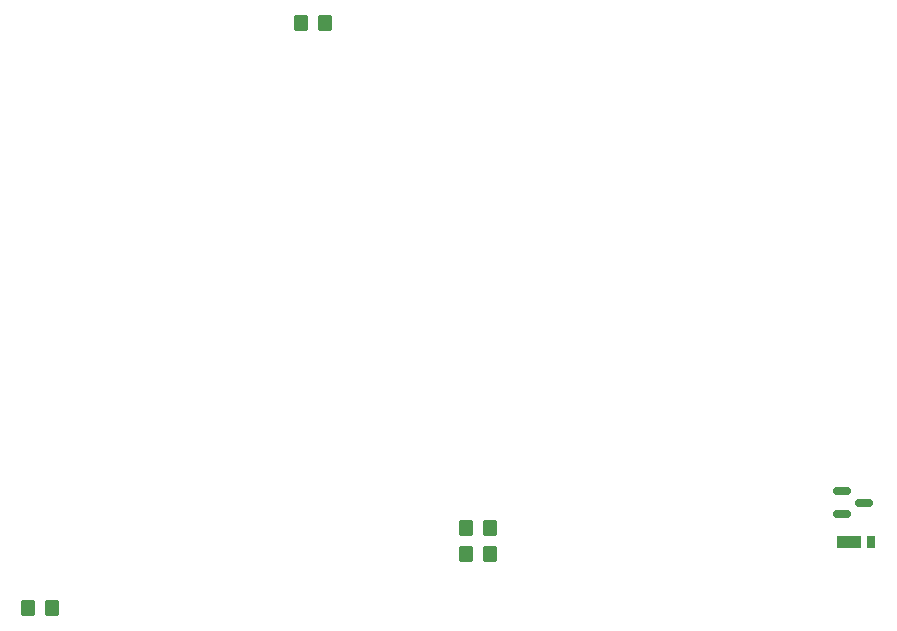
<source format=gbr>
%TF.GenerationSoftware,KiCad,Pcbnew,6.0.11+dfsg-1~bpo11+1*%
%TF.CreationDate,2023-11-07T00:47:46-03:00*%
%TF.ProjectId,controller,636f6e74-726f-46c6-9c65-722e6b696361,rev?*%
%TF.SameCoordinates,Original*%
%TF.FileFunction,Paste,Top*%
%TF.FilePolarity,Positive*%
%FSLAX46Y46*%
G04 Gerber Fmt 4.6, Leading zero omitted, Abs format (unit mm)*
G04 Created by KiCad (PCBNEW 6.0.11+dfsg-1~bpo11+1) date 2023-11-07 00:47:46*
%MOMM*%
%LPD*%
G01*
G04 APERTURE LIST*
G04 Aperture macros list*
%AMRoundRect*
0 Rectangle with rounded corners*
0 $1 Rounding radius*
0 $2 $3 $4 $5 $6 $7 $8 $9 X,Y pos of 4 corners*
0 Add a 4 corners polygon primitive as box body*
4,1,4,$2,$3,$4,$5,$6,$7,$8,$9,$2,$3,0*
0 Add four circle primitives for the rounded corners*
1,1,$1+$1,$2,$3*
1,1,$1+$1,$4,$5*
1,1,$1+$1,$6,$7*
1,1,$1+$1,$8,$9*
0 Add four rect primitives between the rounded corners*
20,1,$1+$1,$2,$3,$4,$5,0*
20,1,$1+$1,$4,$5,$6,$7,0*
20,1,$1+$1,$6,$7,$8,$9,0*
20,1,$1+$1,$8,$9,$2,$3,0*%
G04 Aperture macros list end*
%ADD10RoundRect,0.250000X-0.350000X-0.450000X0.350000X-0.450000X0.350000X0.450000X-0.350000X0.450000X0*%
%ADD11R,2.000000X1.100000*%
%ADD12R,0.800000X1.100000*%
%ADD13RoundRect,0.250000X0.350000X0.450000X-0.350000X0.450000X-0.350000X-0.450000X0.350000X-0.450000X0*%
%ADD14RoundRect,0.150000X-0.587500X-0.150000X0.587500X-0.150000X0.587500X0.150000X-0.587500X0.150000X0*%
G04 APERTURE END LIST*
D10*
%TO.C,R2*%
X103132000Y-123734000D03*
X105132000Y-123734000D03*
%TD*%
D11*
%TO.C,D2*%
X172570000Y-118146000D03*
D12*
X174470000Y-118146000D03*
%TD*%
D13*
%TO.C,R1*%
X128246000Y-74204000D03*
X126246000Y-74204000D03*
%TD*%
%TO.C,R4*%
X142216000Y-117003000D03*
X140216000Y-117003000D03*
%TD*%
%TO.C,R3*%
X142216000Y-119162000D03*
X140216000Y-119162000D03*
%TD*%
D14*
%TO.C,Q1*%
X172028500Y-113894000D03*
X172028500Y-115794000D03*
X173903500Y-114844000D03*
%TD*%
M02*

</source>
